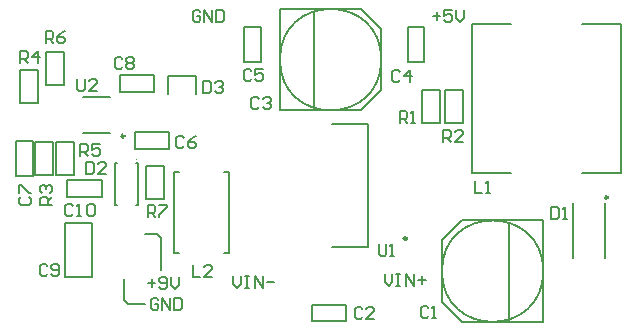
<source format=gto>
G04 Layer_Color=65535*
%FSAX25Y25*%
%MOIN*%
G70*
G01*
G75*
%ADD50C,0.00984*%
%ADD51C,0.00394*%
%ADD52C,0.00787*%
D50*
X0400752Y0258012D02*
G03*
X0400752Y0258012I-0000492J0000000D01*
G01*
X0561846Y0237524D02*
G03*
X0561846Y0237524I-0000440J0000000D01*
G01*
X0494902Y0223882D02*
G03*
X0494902Y0223882I-0000492J0000000D01*
G01*
D51*
X0404748Y0250268D02*
G03*
X0404748Y0250268I-0000197J0000000D01*
G01*
D52*
X0540411Y0213000D02*
G03*
X0540411Y0213000I-0016911J0000000D01*
G01*
X0486411Y0283500D02*
G03*
X0486411Y0283500I-0016911J0000000D01*
G01*
X0386972Y0258898D02*
X0396028D01*
X0386972Y0271102D02*
X0396028D01*
X0550382Y0217445D02*
Y0235555D01*
X0561012Y0217445D02*
Y0235555D01*
X0374500Y0275000D02*
Y0286000D01*
Y0275000D02*
X0380500D01*
Y0286000D01*
X0374500D02*
X0380500D01*
X0384000Y0245000D02*
Y0256000D01*
X0378000D02*
X0384000D01*
X0378000Y0245000D02*
Y0256000D01*
Y0245000D02*
X0384000D01*
X0371000D02*
Y0256000D01*
Y0245000D02*
X0377000D01*
Y0256000D01*
X0371000D02*
X0377000D01*
X0366000Y0269047D02*
Y0280047D01*
Y0269047D02*
X0372000D01*
Y0280047D01*
X0366000D02*
X0372000D01*
X0435752Y0219114D02*
Y0245886D01*
X0417248Y0219114D02*
Y0245886D01*
X0433980D02*
X0435752D01*
X0433980Y0219114D02*
X0435752D01*
X0417248Y0245886D02*
X0419020D01*
X0417248Y0219114D02*
X0419020D01*
X0404650Y0234913D02*
X0405437D01*
Y0249087D01*
X0404650D02*
X0405437D01*
X0397563D02*
X0398350D01*
X0397563Y0234913D02*
Y0249087D01*
Y0234913D02*
X0398350D01*
X0424724Y0272043D02*
Y0277949D01*
X0415276D02*
X0424724D01*
X0415276Y0272043D02*
Y0277949D01*
X0410750Y0272750D02*
Y0278250D01*
X0399250D02*
X0410750D01*
X0399250Y0272750D02*
Y0278250D01*
Y0272750D02*
X0410750D01*
X0381750Y0237750D02*
Y0243250D01*
Y0237750D02*
X0393250D01*
Y0243250D01*
X0381750D02*
X0393250D01*
X0404250Y0253750D02*
Y0259250D01*
Y0253750D02*
X0415750D01*
Y0259250D01*
X0404250D02*
X0415750D01*
X0381000Y0211000D02*
X0390000D01*
Y0229000D01*
X0381000D02*
X0390000D01*
X0381000Y0211000D02*
Y0229000D01*
X0364750Y0244750D02*
X0370250D01*
Y0256250D01*
X0364750D02*
X0370250D01*
X0364750Y0244750D02*
Y0256250D01*
X0506571Y0223236D02*
X0513264Y0229929D01*
X0506571Y0202764D02*
Y0223236D01*
X0513264Y0229929D02*
X0540429D01*
X0506571Y0202764D02*
X0513264Y0196071D01*
X0540429D01*
Y0225598D02*
Y0229929D01*
Y0196071D02*
Y0225598D01*
X0529012Y0196858D02*
Y0229142D01*
X0463250Y0196250D02*
X0474750D01*
X0463250D02*
Y0201750D01*
X0474750D01*
Y0196250D02*
Y0201750D01*
X0479736Y0266571D02*
X0486429Y0273264D01*
Y0293736D01*
X0452571Y0266571D02*
X0479736D01*
Y0300429D02*
X0486429Y0293736D01*
X0452571Y0300429D02*
X0479736D01*
X0452571Y0266571D02*
Y0270902D01*
Y0300429D01*
X0463988Y0267358D02*
Y0299642D01*
X0495250Y0282750D02*
Y0294250D01*
X0500750D01*
Y0282750D02*
Y0294250D01*
X0495250Y0282750D02*
X0500750D01*
X0446250D02*
Y0294250D01*
X0440750Y0282750D02*
X0446250D01*
X0440750D02*
Y0294250D01*
X0446250D01*
X0553311Y0245697D02*
X0566303D01*
Y0295303D01*
X0516697Y0245697D02*
Y0295303D01*
Y0245697D02*
X0529689D01*
X0553311Y0295303D02*
X0566303D01*
X0516697D02*
X0529689D01*
X0500000Y0262500D02*
X0506000D01*
X0500000D02*
Y0273500D01*
X0506000D01*
Y0262500D02*
Y0273500D01*
X0470000Y0261972D02*
X0481811D01*
Y0221028D02*
Y0261972D01*
X0470000Y0221028D02*
X0481811D01*
X0507500Y0273500D02*
X0513500D01*
Y0262500D02*
Y0273500D01*
X0507500Y0262500D02*
X0513500D01*
X0507500D02*
Y0273500D01*
X0408000Y0248000D02*
X0414000D01*
Y0237000D02*
Y0248000D01*
X0408000Y0237000D02*
X0414000D01*
X0408000D02*
Y0248000D01*
X0413000Y0213500D02*
Y0224000D01*
X0411500Y0225500D02*
X0413000Y0224000D01*
X0407500Y0225500D02*
X0411500D01*
X0402000Y0202000D02*
X0407500D01*
X0400500Y0203500D02*
X0402000Y0202000D01*
X0400500Y0203500D02*
Y0210500D01*
X0543000Y0234436D02*
Y0230500D01*
X0544968D01*
X0545624Y0231156D01*
Y0233780D01*
X0544968Y0234436D01*
X0543000D01*
X0546936Y0230500D02*
X0548248D01*
X0547592D01*
Y0234436D01*
X0546936Y0233780D01*
X0385000Y0276936D02*
Y0273656D01*
X0385656Y0273000D01*
X0386968D01*
X0387624Y0273656D01*
Y0276936D01*
X0391560Y0273000D02*
X0388936D01*
X0391560Y0275624D01*
Y0276280D01*
X0390904Y0276936D01*
X0389592D01*
X0388936Y0276280D01*
X0374500Y0289000D02*
Y0292936D01*
X0376468D01*
X0377124Y0292280D01*
Y0290968D01*
X0376468Y0290312D01*
X0374500D01*
X0375812D02*
X0377124Y0289000D01*
X0381060Y0292936D02*
X0379748Y0292280D01*
X0378436Y0290968D01*
Y0289656D01*
X0379092Y0289000D01*
X0380404D01*
X0381060Y0289656D01*
Y0290312D01*
X0380404Y0290968D01*
X0378436D01*
X0386000Y0251500D02*
Y0255436D01*
X0387968D01*
X0388624Y0254780D01*
Y0253468D01*
X0387968Y0252812D01*
X0386000D01*
X0387312D02*
X0388624Y0251500D01*
X0392560Y0255436D02*
X0389936D01*
Y0253468D01*
X0391248Y0254124D01*
X0391904D01*
X0392560Y0253468D01*
Y0252156D01*
X0391904Y0251500D01*
X0390592D01*
X0389936Y0252156D01*
X0376500Y0235000D02*
X0372564D01*
Y0236968D01*
X0373220Y0237624D01*
X0374532D01*
X0375188Y0236968D01*
Y0235000D01*
Y0236312D02*
X0376500Y0237624D01*
X0373220Y0238936D02*
X0372564Y0239592D01*
Y0240904D01*
X0373220Y0241560D01*
X0373876D01*
X0374532Y0240904D01*
Y0240248D01*
Y0240904D01*
X0375188Y0241560D01*
X0375844D01*
X0376500Y0240904D01*
Y0239592D01*
X0375844Y0238936D01*
X0366000Y0282500D02*
Y0286436D01*
X0367968D01*
X0368624Y0285780D01*
Y0284468D01*
X0367968Y0283812D01*
X0366000D01*
X0367312D02*
X0368624Y0282500D01*
X0371904D02*
Y0286436D01*
X0369936Y0284468D01*
X0372560D01*
X0423500Y0214936D02*
Y0211000D01*
X0426124D01*
X0430060D02*
X0427436D01*
X0430060Y0213624D01*
Y0214280D01*
X0429404Y0214936D01*
X0428092D01*
X0427436Y0214280D01*
X0388000Y0249436D02*
Y0245500D01*
X0389968D01*
X0390624Y0246156D01*
Y0248780D01*
X0389968Y0249436D01*
X0388000D01*
X0394560Y0245500D02*
X0391936D01*
X0394560Y0248124D01*
Y0248780D01*
X0393904Y0249436D01*
X0392592D01*
X0391936Y0248780D01*
X0427000Y0276436D02*
Y0272500D01*
X0428968D01*
X0429624Y0273156D01*
Y0275780D01*
X0428968Y0276436D01*
X0427000D01*
X0430936Y0275780D02*
X0431592Y0276436D01*
X0432904D01*
X0433560Y0275780D01*
Y0275124D01*
X0432904Y0274468D01*
X0432248D01*
X0432904D01*
X0433560Y0273812D01*
Y0273156D01*
X0432904Y0272500D01*
X0431592D01*
X0430936Y0273156D01*
X0400124Y0283780D02*
X0399468Y0284436D01*
X0398156D01*
X0397500Y0283780D01*
Y0281156D01*
X0398156Y0280500D01*
X0399468D01*
X0400124Y0281156D01*
X0401436Y0283780D02*
X0402092Y0284436D01*
X0403404D01*
X0404060Y0283780D01*
Y0283124D01*
X0403404Y0282468D01*
X0404060Y0281812D01*
Y0281156D01*
X0403404Y0280500D01*
X0402092D01*
X0401436Y0281156D01*
Y0281812D01*
X0402092Y0282468D01*
X0401436Y0283124D01*
Y0283780D01*
X0402092Y0282468D02*
X0403404D01*
X0383624Y0234780D02*
X0382968Y0235436D01*
X0381656D01*
X0381000Y0234780D01*
Y0232156D01*
X0381656Y0231500D01*
X0382968D01*
X0383624Y0232156D01*
X0384936Y0231500D02*
X0386248D01*
X0385592D01*
Y0235436D01*
X0384936Y0234780D01*
X0388215D02*
X0388872Y0235436D01*
X0390183D01*
X0390839Y0234780D01*
Y0232156D01*
X0390183Y0231500D01*
X0388872D01*
X0388215Y0232156D01*
Y0234780D01*
X0420624Y0257280D02*
X0419968Y0257936D01*
X0418656D01*
X0418000Y0257280D01*
Y0254656D01*
X0418656Y0254000D01*
X0419968D01*
X0420624Y0254656D01*
X0424560Y0257936D02*
X0423248Y0257280D01*
X0421936Y0255968D01*
Y0254656D01*
X0422592Y0254000D01*
X0423904D01*
X0424560Y0254656D01*
Y0255312D01*
X0423904Y0255968D01*
X0421936D01*
X0375124Y0214780D02*
X0374468Y0215436D01*
X0373156D01*
X0372500Y0214780D01*
Y0212156D01*
X0373156Y0211500D01*
X0374468D01*
X0375124Y0212156D01*
X0376436D02*
X0377092Y0211500D01*
X0378404D01*
X0379060Y0212156D01*
Y0214780D01*
X0378404Y0215436D01*
X0377092D01*
X0376436Y0214780D01*
Y0214124D01*
X0377092Y0213468D01*
X0379060D01*
X0366220Y0237624D02*
X0365564Y0236968D01*
Y0235656D01*
X0366220Y0235000D01*
X0368844D01*
X0369500Y0235656D01*
Y0236968D01*
X0368844Y0237624D01*
X0365564Y0238936D02*
Y0241560D01*
X0366220D01*
X0368844Y0238936D01*
X0369500D01*
X0502124Y0200780D02*
X0501468Y0201436D01*
X0500156D01*
X0499500Y0200780D01*
Y0198156D01*
X0500156Y0197500D01*
X0501468D01*
X0502124Y0198156D01*
X0503436Y0197500D02*
X0504748D01*
X0504092D01*
Y0201436D01*
X0503436Y0200780D01*
X0480124Y0200280D02*
X0479468Y0200936D01*
X0478156D01*
X0477500Y0200280D01*
Y0197656D01*
X0478156Y0197000D01*
X0479468D01*
X0480124Y0197656D01*
X0484060Y0197000D02*
X0481436D01*
X0484060Y0199624D01*
Y0200280D01*
X0483404Y0200936D01*
X0482092D01*
X0481436Y0200280D01*
X0445624Y0270280D02*
X0444968Y0270936D01*
X0443656D01*
X0443000Y0270280D01*
Y0267656D01*
X0443656Y0267000D01*
X0444968D01*
X0445624Y0267656D01*
X0446936Y0270280D02*
X0447592Y0270936D01*
X0448904D01*
X0449560Y0270280D01*
Y0269624D01*
X0448904Y0268968D01*
X0448248D01*
X0448904D01*
X0449560Y0268312D01*
Y0267656D01*
X0448904Y0267000D01*
X0447592D01*
X0446936Y0267656D01*
X0492624Y0279280D02*
X0491968Y0279936D01*
X0490656D01*
X0490000Y0279280D01*
Y0276656D01*
X0490656Y0276000D01*
X0491968D01*
X0492624Y0276656D01*
X0495904Y0276000D02*
Y0279936D01*
X0493936Y0277968D01*
X0496560D01*
X0443124Y0279780D02*
X0442468Y0280436D01*
X0441156D01*
X0440500Y0279780D01*
Y0277156D01*
X0441156Y0276500D01*
X0442468D01*
X0443124Y0277156D01*
X0447060Y0280436D02*
X0444436D01*
Y0278468D01*
X0445748Y0279124D01*
X0446404D01*
X0447060Y0278468D01*
Y0277156D01*
X0446404Y0276500D01*
X0445092D01*
X0444436Y0277156D01*
X0517500Y0242936D02*
Y0239000D01*
X0520124D01*
X0521436D02*
X0522748D01*
X0522092D01*
Y0242936D01*
X0521436Y0242280D01*
X0492500Y0262500D02*
Y0266436D01*
X0494468D01*
X0495124Y0265780D01*
Y0264468D01*
X0494468Y0263812D01*
X0492500D01*
X0493812D02*
X0495124Y0262500D01*
X0496436D02*
X0497748D01*
X0497092D01*
Y0266436D01*
X0496436Y0265780D01*
X0485500Y0221936D02*
Y0218656D01*
X0486156Y0218000D01*
X0487468D01*
X0488124Y0218656D01*
Y0221936D01*
X0489436Y0218000D02*
X0490748D01*
X0490092D01*
Y0221936D01*
X0489436Y0221280D01*
X0507000Y0256000D02*
Y0259936D01*
X0508968D01*
X0509624Y0259280D01*
Y0257968D01*
X0508968Y0257312D01*
X0507000D01*
X0508312D02*
X0509624Y0256000D01*
X0513560D02*
X0510936D01*
X0513560Y0258624D01*
Y0259280D01*
X0512904Y0259936D01*
X0511592D01*
X0510936Y0259280D01*
X0408500Y0231000D02*
Y0234936D01*
X0410468D01*
X0411124Y0234280D01*
Y0232968D01*
X0410468Y0232312D01*
X0408500D01*
X0409812D02*
X0411124Y0231000D01*
X0412436Y0234936D02*
X0415060D01*
Y0234280D01*
X0412436Y0231656D01*
Y0231000D01*
X0487500Y0211936D02*
Y0209312D01*
X0488812Y0208000D01*
X0490124Y0209312D01*
Y0211936D01*
X0491436D02*
X0492748D01*
X0492092D01*
Y0208000D01*
X0491436D01*
X0492748D01*
X0494715D02*
Y0211936D01*
X0497339Y0208000D01*
Y0211936D01*
X0498651Y0209968D02*
X0501275D01*
X0499963Y0211280D02*
Y0208656D01*
X0437000Y0211436D02*
Y0208812D01*
X0438312Y0207500D01*
X0439624Y0208812D01*
Y0211436D01*
X0440936D02*
X0442248D01*
X0441592D01*
Y0207500D01*
X0440936D01*
X0442248D01*
X0444215D02*
Y0211436D01*
X0446839Y0207500D01*
Y0211436D01*
X0448151Y0209468D02*
X0450775D01*
X0408500Y0208968D02*
X0411124D01*
X0409812Y0210280D02*
Y0207656D01*
X0412436D02*
X0413092Y0207000D01*
X0414404D01*
X0415060Y0207656D01*
Y0210280D01*
X0414404Y0210936D01*
X0413092D01*
X0412436Y0210280D01*
Y0209624D01*
X0413092Y0208968D01*
X0415060D01*
X0416371Y0210936D02*
Y0208312D01*
X0417683Y0207000D01*
X0418995Y0208312D01*
Y0210936D01*
X0412124Y0203280D02*
X0411468Y0203936D01*
X0410156D01*
X0409500Y0203280D01*
Y0200656D01*
X0410156Y0200000D01*
X0411468D01*
X0412124Y0200656D01*
Y0201968D01*
X0410812D01*
X0413436Y0200000D02*
Y0203936D01*
X0416060Y0200000D01*
Y0203936D01*
X0417372D02*
Y0200000D01*
X0419339D01*
X0419995Y0200656D01*
Y0203280D01*
X0419339Y0203936D01*
X0417372D01*
X0503500Y0297968D02*
X0506124D01*
X0504812Y0299280D02*
Y0296656D01*
X0510060Y0299936D02*
X0507436D01*
Y0297968D01*
X0508748Y0298624D01*
X0509404D01*
X0510060Y0297968D01*
Y0296656D01*
X0509404Y0296000D01*
X0508092D01*
X0507436Y0296656D01*
X0511372Y0299936D02*
Y0297312D01*
X0512683Y0296000D01*
X0513995Y0297312D01*
Y0299936D01*
X0426124Y0299280D02*
X0425468Y0299936D01*
X0424156D01*
X0423500Y0299280D01*
Y0296656D01*
X0424156Y0296000D01*
X0425468D01*
X0426124Y0296656D01*
Y0297968D01*
X0424812D01*
X0427436Y0296000D02*
Y0299936D01*
X0430060Y0296000D01*
Y0299936D01*
X0431371D02*
Y0296000D01*
X0433339D01*
X0433995Y0296656D01*
Y0299280D01*
X0433339Y0299936D01*
X0431371D01*
M02*

</source>
